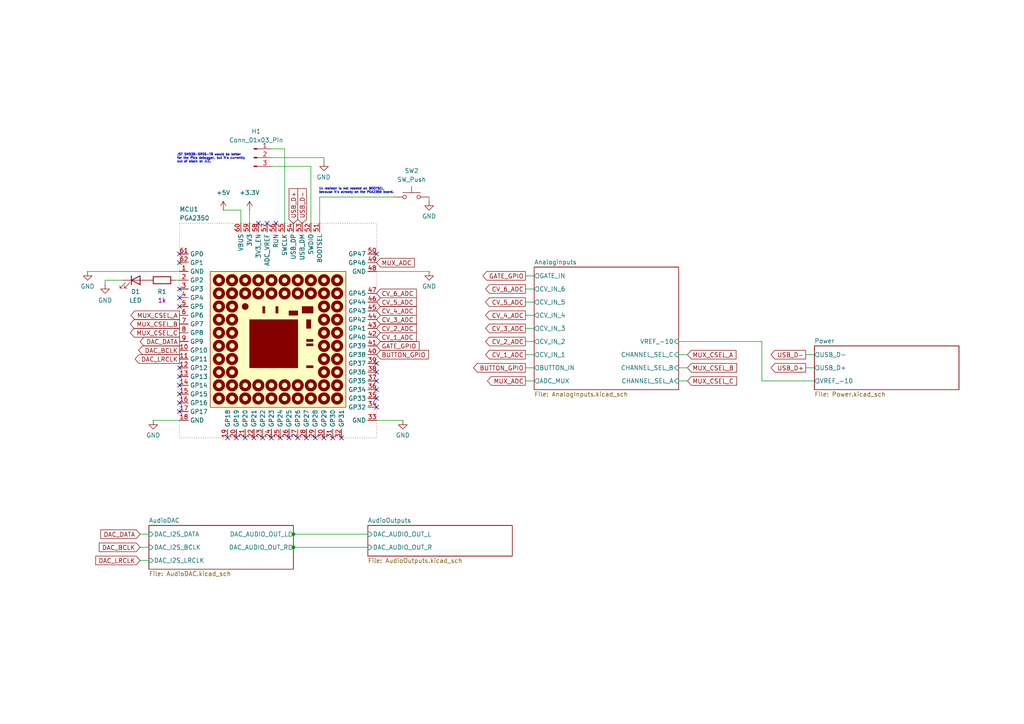
<source format=kicad_sch>
(kicad_sch (version 20250114) (generator "eeschema") (generator_version "9.0")
  (paper "A4")
  (lib_symbols
    (symbol "Connector:Conn_01x03_Pin" (pin_names (offset 1.016) (hide yes))
      (property "Reference" "J" (at 0 5.08 0))
      (property "Value" "Conn_01x03_Pin" (at 0 -5.08 0))
      (symbol "Conn_01x03_Pin_1_1"
        (rectangle (start 0.8636 2.667) (end 0 2.413) (stroke (width 0.1524)) (fill (type outline)))
        (rectangle (start 0.8636 0.127) (end 0 -0.127) (stroke (width 0.1524)) (fill (type outline)))
        (rectangle (start 0.8636 -2.413) (end 0 -2.667) (stroke (width 0.1524)) (fill (type outline)))
        (polyline (pts (xy 1.27 2.54) (xy 0.8636 2.54)) (stroke (width 0.1524)))
        (polyline (pts (xy 1.27 0) (xy 0.8636 0)) (stroke (width 0.1524)))
        (polyline (pts (xy 1.27 -2.54) (xy 0.8636 -2.54)) (stroke (width 0.1524)))
        (pin passive line (at 5.08 2.54 180) (length 3.81) (name "Pin_1") (number "1"))
        (pin passive line (at 5.08 0 180) (length 3.81) (name "Pin_2") (number "2"))
        (pin passive line (at 5.08 -2.54 180) (length 3.81) (name "Pin_3") (number "3"))
      )
    )
    (symbol "Device:LED" (pin_numbers (hide yes)) (pin_names (offset 1.016) (hide yes))
      (property "Reference" "D" (at 0 2.54 0))
      (property "Value" "LED" (at 0 -2.54 0))
      (symbol "LED_0_1"
        (polyline (pts (xy -3.048 -0.762) (xy -4.572 -2.286) (xy -3.81 -2.286) (xy -4.572 -2.286) (xy -4.572 -1.524)))
        (polyline (pts (xy -1.778 -0.762) (xy -3.302 -2.286) (xy -2.54 -2.286) (xy -3.302 -2.286) (xy -3.302 -1.524)))
        (polyline (pts (xy -1.27 0) (xy 1.27 0)))
        (polyline (pts (xy -1.27 -1.27) (xy -1.27 1.27)) (stroke (width 0.254)))
        (polyline (pts (xy 1.27 -1.27) (xy 1.27 1.27) (xy -1.27 0) (xy 1.27 -1.27)) (stroke (width 0.254)))
      )
      (symbol "LED_1_1"
        (pin passive line (at -3.81 0 0) (length 2.54) (name "K") (number "1"))
        (pin passive line (at 3.81 0 180) (length 2.54) (name "A") (number "2"))
      )
    )
    (symbol "Lichen:1k_0603" (pin_numbers (hide yes)) (pin_names (offset 0))
      (property "Reference" "R1" (at -3.302 0 90))
      (property "Display" "1k" (at -5.842 0 90))
      (symbol "1k_0603_0_1"
        (rectangle (start -1.016 -2.54) (end 1.016 2.54) (stroke (width 0.254)))
      )
      (symbol "1k_0603_1_1"
        (pin passive line (at 0 3.81 270) (length 1.27) (name "~") (number "1"))
        (pin passive line (at 0 -3.81 90) (length 1.27) (name "~") (number "2"))
      )
    )
    (symbol "Lichen:Button_Switch_SMD_Push_1P1T_Wurth" (pin_numbers (hide yes)) (pin_names (offset 1.016) (hide yes))
      (property "Reference" "SW2" (at 0 7.62 0))
      (property "Value" "Button_Switch_SMD_Push_1P1T_Wurth" (at 0 5.08 0))
      (symbol "Button_Switch_SMD_Push_1P1T_Wurth_0_1"
        (circle (center -2.032 0) (radius 0.508))
        (polyline (pts (xy 0 1.27) (xy 0 3.048)))
        (circle (center 2.032 0) (radius 0.508))
        (polyline (pts (xy 2.54 1.27) (xy -2.54 1.27)))
        (pin passive line (at -5.08 0 0) (length 2.54) (name "1") (number "1"))
        (pin passive line (at 5.08 0 180) (length 2.54) (name "2") (number "2"))
      )
    )
    (symbol "Lichen:Pimoroni_PGA2350"
      (property "Reference" "MCU1" (at 42.7833 5.08 0))
      (property "Value" "PGA2350" (at 42.7833 2.54 0))
      (symbol "Pimoroni_PGA2350_1_1"
        (rectangle (start 0 0) (end 57.15 -62.23) (stroke (width 0) (type dot)))
        (rectangle (start 8.89 -13.97) (end 48.26 -53.34) (fill (type background)))
        (circle (center 11.43 -16.51) (radius 1.27) (stroke (width 1)))
        (circle (center 11.43 -20.32) (radius 1.27) (stroke (width 1)))
        (circle (center 11.43 -24.13) (radius 1.27) (stroke (width 1)))
        (circle (center 11.43 -27.94) (radius 1.27) (stroke (width 1)))
        (circle (center 11.43 -31.75) (radius 1.27) (stroke (width 1)))
        (circle (center 11.43 -35.56) (radius 1.27) (stroke (width 1)))
        (circle (center 11.43 -39.37) (radius 1.27) (stroke (width 1)))
        (circle (center 11.43 -43.18) (radius 1.27) (stroke (width 1)))
        (circle (center 11.43 -46.99) (radius 1.27) (stroke (width 1)))
        (circle (center 11.43 -50.8) (radius 1.27) (stroke (width 1)))
        (circle (center 15.24 -16.51) (radius 1.27) (stroke (width 1)))
        (circle (center 15.24 -20.32) (radius 1.27) (stroke (width 1)))
        (circle (center 15.24 -24.13) (radius 1.27) (stroke (width 1)))
        (circle (center 15.24 -27.94) (radius 1.27) (stroke (width 1)))
        (circle (center 15.24 -31.75) (radius 1.27) (stroke (width 1)))
        (circle (center 15.24 -35.56) (radius 1.27) (stroke (width 1)))
        (circle (center 15.24 -39.37) (radius 1.27) (stroke (width 1)))
        (circle (center 15.24 -43.18) (radius 1.27) (stroke (width 1)))
        (circle (center 15.24 -46.99) (radius 1.27) (stroke (width 1)))
        (circle (center 15.24 -50.8) (radius 1.27) (stroke (width 1)))
        (circle (center 19.05 -16.51) (radius 1.27) (stroke (width 1)))
        (circle (center 19.05 -20.32) (radius 1.27) (stroke (width 1)))
        (circle (center 19.05 -24.13) (radius 0.898) (fill (type outline)))
        (circle (center 19.05 -46.99) (radius 1.27) (stroke (width 1)))
        (circle (center 19.05 -50.8) (radius 1.27) (stroke (width 1)))
        (rectangle (start 20.32 -27.94) (end 34.29 -41.91) (fill (type outline)))
        (circle (center 22.86 -16.51) (radius 1.27) (stroke (width 1)))
        (circle (center 22.86 -20.32) (radius 1.27) (stroke (width 1)))
        (circle (center 22.86 -46.99) (radius 1.27) (stroke (width 1)))
        (circle (center 22.86 -50.8) (radius 1.27) (stroke (width 1)))
        (rectangle (start 24.13 -24.13) (end 24.765 -26.035) (fill (type outline)))
        (circle (center 26.67 -16.51) (radius 1.27) (stroke (width 1)))
        (circle (center 26.67 -20.32) (radius 1.27) (stroke (width 1)))
        (circle (center 26.67 -46.99) (radius 1.27) (stroke (width 1)))
        (circle (center 26.67 -50.8) (radius 1.27) (stroke (width 1)))
        (rectangle (start 27.94 -24.13) (end 28.575 -26.035) (fill (type outline)))
        (circle (center 30.48 -16.51) (radius 1.27) (stroke (width 1)))
        (circle (center 30.48 -20.32) (radius 1.27) (stroke (width 1)))
        (circle (center 30.48 -46.99) (radius 1.27) (stroke (width 1)))
        (circle (center 30.48 -50.8) (radius 1.27) (stroke (width 1)))
        (rectangle (start 31.75 -26.67) (end 34.29 -25.4) (fill (type outline)))
        (circle (center 34.29 -16.51) (radius 1.27) (stroke (width 1)))
        (circle (center 34.29 -20.32) (radius 1.27) (stroke (width 1)))
        (circle (center 34.29 -46.99) (radius 1.27) (stroke (width 1)))
        (circle (center 34.29 -50.8) (radius 1.27) (stroke (width 1)))
        (rectangle (start 35.56 -24.13) (end 38.735 -26.035) (fill (type outline)))
        (rectangle (start 36.83 -27.94) (end 38.1 -30.48) (fill (type outline)))
        (rectangle (start 36.83 -34.29) (end 38.735 -33.655) (fill (type outline)))
        (rectangle (start 36.83 -35.56) (end 38.735 -34.925) (fill (type outline)))
        (rectangle (start 36.83 -41.91) (end 38.735 -41.275) (fill (type outline)))
        (circle (center 38.1 -16.51) (radius 1.27) (stroke (width 1)))
        (circle (center 38.1 -20.32) (radius 1.27) (stroke (width 1)))
        (circle (center 38.1 -46.99) (radius 1.27) (stroke (width 1)))
        (circle (center 38.1 -50.8) (radius 1.27) (stroke (width 1)))
        (circle (center 41.91 -16.51) (radius 1.27) (stroke (width 1)))
        (circle (center 41.91 -20.32) (radius 1.27) (stroke (width 1)))
        (circle (center 41.91 -24.13) (radius 1.27) (stroke (width 1)))
        (circle (center 41.91 -27.94) (radius 1.27) (stroke (width 1)))
        (circle (center 41.91 -31.75) (radius 1.27) (stroke (width 1)))
        (circle (center 41.91 -35.56) (radius 1.27) (stroke (width 1)))
        (circle (center 41.91 -39.37) (radius 1.27) (stroke (width 1)))
        (circle (center 41.91 -43.18) (radius 1.27) (stroke (width 1)))
        (circle (center 41.91 -46.99) (radius 1.27) (stroke (width 1)))
        (circle (center 41.91 -50.8) (radius 1.27) (stroke (width 1)))
        (circle (center 45.72 -16.51) (radius 1.27) (stroke (width 1)))
        (circle (center 45.72 -20.32) (radius 1.27) (stroke (width 1)))
        (circle (center 45.72 -24.13) (radius 1.27) (stroke (width 1)))
        (circle (center 45.72 -27.94) (radius 1.27) (stroke (width 1)))
        (circle (center 45.72 -31.75) (radius 1.27) (stroke (width 1)))
        (circle (center 45.72 -35.56) (radius 1.27) (stroke (width 1)))
        (circle (center 45.72 -39.37) (radius 1.27) (stroke (width 1)))
        (circle (center 45.72 -43.18) (radius 1.27) (stroke (width 1)))
        (circle (center 45.72 -46.99) (radius 1.27) (stroke (width 1)))
        (circle (center 45.72 -50.8) (radius 1.27) (stroke (width 1)))
        (pin bidirectional line (at 0 -8.89 0) (length 2.54) (name "GP0") (number "61"))
        (pin bidirectional line (at 0 -11.43 0) (length 2.54) (name "GP1") (number "62"))
        (pin input line (at 0 -13.97 0) (length 2.54) (name "GND") (number "1"))
        (pin bidirectional line (at 0 -16.51 0) (length 2.54) (name "GP2") (number "2"))
        (pin bidirectional line (at 0 -19.05 0) (length 2.54) (name "GP3") (number "3"))
        (pin bidirectional line (at 0 -21.59 0) (length 2.54) (name "GP4") (number "4"))
        (pin bidirectional line (at 0 -24.13 0) (length 2.54) (name "GP5") (number "5"))
        (pin bidirectional line (at 0 -26.67 0) (length 2.54) (name "GP6") (number "6"))
        (pin bidirectional line (at 0 -29.21 0) (length 2.54) (name "GP7") (number "7"))
        (pin bidirectional line (at 0 -31.75 0) (length 2.54) (name "GP8") (number "8"))
        (pin bidirectional line (at 0 -34.29 0) (length 2.54) (name "GP9") (number "9"))
        (pin bidirectional line (at 0 -36.83 0) (length 2.54) (name "GP10") (number "10"))
        (pin bidirectional line (at 0 -39.37 0) (length 2.54) (name "GP11") (number "11"))
        (pin bidirectional line (at 0 -41.91 0) (length 2.54) (name "GP12") (number "12"))
        (pin bidirectional line (at 0 -44.45 0) (length 2.54) (name "GP13") (number "13"))
        (pin bidirectional line (at 0 -46.99 0) (length 2.54) (name "GP14") (number "14"))
        (pin bidirectional line (at 0 -49.53 0) (length 2.54) (name "GP15") (number "15"))
        (pin bidirectional line (at 0 -52.07 0) (length 2.54) (name "GP16") (number "16"))
        (pin bidirectional line (at 0 -54.61 0) (length 2.54) (name "GP17") (number "17"))
        (pin input line (at 0 -57.15 0) (length 2.54) (name "GND") (number "18"))
        (pin bidirectional line (at 13.97 -62.23 90) (length 2.54) (name "GP18") (number "19"))
        (pin bidirectional line (at 16.51 -62.23 90) (length 2.54) (name "GP19") (number "20"))
        (pin power_in line (at 17.78 0 270) (length 2.54) (name "VBUS") (number "60"))
        (pin bidirectional line (at 19.05 -62.23 90) (length 2.54) (name "GP20") (number "21"))
        (pin power_out line (at 20.32 0 270) (length 2.54) (name "3V3") (number "59"))
        (pin bidirectional line (at 21.59 -62.23 90) (length 2.54) (name "GP21") (number "22"))
        (pin bidirectional line (at 22.86 0 270) (length 2.54) (name "3V3_EN") (number "58"))
        (pin bidirectional line (at 24.13 -62.23 90) (length 2.54) (name "GP22") (number "23"))
        (pin bidirectional line (at 25.4 0 270) (length 2.54) (name "ADC_VREF") (number "57"))
        (pin bidirectional line (at 26.67 -62.23 90) (length 2.54) (name "GP23") (number "24"))
        (pin bidirectional line (at 27.94 0 270) (length 2.54) (name "RUN") (number "56"))
        (pin bidirectional line (at 29.21 -62.23 90) (length 2.54) (name "GP24") (number "25"))
        (pin bidirectional line (at 30.48 0 270) (length 2.54) (name "SWCLK") (number "55"))
        (pin bidirectional line (at 31.75 -62.23 90) (length 2.54) (name "GP25") (number "26"))
        (pin bidirectional line (at 33.02 0 270) (length 2.54) (name "USB_DP") (number "54"))
        (pin bidirectional line (at 34.29 -62.23 90) (length 2.54) (name "GP26") (number "27"))
        (pin bidirectional line (at 35.56 0 270) (length 2.54) (name "USB_DM") (number "53"))
        (pin bidirectional line (at 36.83 -62.23 90) (length 2.54) (name "GP27") (number "28"))
        (pin bidirectional line (at 38.1 0 270) (length 2.54) (name "SWDIO") (number "52"))
        (pin bidirectional line (at 39.37 -62.23 90) (length 2.54) (name "GP28") (number "29"))
        (pin bidirectional line (at 40.64 0 270) (length 2.54) (name "BOOTSEL") (number "51"))
        (pin bidirectional line (at 41.91 -62.23 90) (length 2.54) (name "GP29") (number "30"))
        (pin bidirectional line (at 44.45 -62.23 90) (length 2.54) (name "GP30") (number "31"))
        (pin bidirectional line (at 46.99 -62.23 90) (length 2.54) (name "GP31") (number "32"))
        (pin bidirectional line (at 57.15 -8.89 180) (length 2.54) (name "GP47") (number "50"))
        (pin bidirectional line (at 57.15 -11.43 180) (length 2.54) (name "GP46") (number "49"))
        (pin input line (at 57.15 -13.97 180) (length 2.54) (name "GND") (number "48"))
        (pin bidirectional line (at 57.15 -20.32 180) (length 2.54) (name "GP45") (number "47"))
        (pin bidirectional line (at 57.15 -22.86 180) (length 2.54) (name "GP44") (number "46"))
        (pin bidirectional line (at 57.15 -25.4 180) (length 2.54) (name "GP43") (number "45"))
        (pin bidirectional line (at 57.15 -27.94 180) (length 2.54) (name "GP42") (number "44"))
        (pin bidirectional line (at 57.15 -30.48 180) (length 2.54) (name "GP41") (number "43"))
        (pin bidirectional line (at 57.15 -33.02 180) (length 2.54) (name "GP40") (number "42"))
        (pin bidirectional line (at 57.15 -35.56 180) (length 2.54) (name "GP39") (number "41"))
        (pin bidirectional line (at 57.15 -38.1 180) (length 2.54) (name "GP38") (number "40"))
        (pin bidirectional line (at 57.15 -40.64 180) (length 2.54) (name "GP37") (number "39"))
        (pin bidirectional line (at 57.15 -43.18 180) (length 2.54) (name "GP36") (number "38"))
        (pin bidirectional line (at 57.15 -45.72 180) (length 2.54) (name "GP35") (number "37"))
        (pin bidirectional line (at 57.15 -48.26 180) (length 2.54) (name "GP34") (number "36"))
        (pin bidirectional line (at 57.15 -50.8 180) (length 2.54) (name "GP33") (number "35"))
        (pin bidirectional line (at 57.15 -53.34 180) (length 2.54) (name "GP32") (number "34"))
        (pin input line (at 57.15 -57.15 180) (length 2.54) (name "GND") (number "33"))
      )
    )
    (symbol "power:+3.3V" (power) (pin_numbers (hide yes)) (pin_names (offset 0) (hide yes))
      (property "Value" "+3.3V" (at 0 3.556 0))
      (symbol "+3.3V_0_1"
        (polyline (pts (xy -0.762 1.27) (xy 0 2.54)))
        (polyline (pts (xy 0 2.54) (xy 0.762 1.27)))
        (polyline (pts (xy 0 0) (xy 0 2.54)))
      )
      (symbol "+3.3V_1_1"
        (pin power_in line (at 0 0 90) (length 0) (name "~") (number "1"))
      )
    )
    (symbol "power:+5V" (power) (pin_numbers (hide yes)) (pin_names (offset 0) (hide yes))
      (property "Value" "+5V" (at 0 3.556 0))
      (symbol "+5V_0_1"
        (polyline (pts (xy -0.762 1.27) (xy 0 2.54)))
        (polyline (pts (xy 0 2.54) (xy 0.762 1.27)))
        (polyline (pts (xy 0 0) (xy 0 2.54)))
      )
      (symbol "+5V_1_1"
        (pin power_in line (at 0 0 90) (length 0) (name "~") (number "1"))
      )
    )
    (symbol "power:GND" (power) (pin_numbers (hide yes)) (pin_names (offset 0) (hide yes))
      (property "Value" "GND" (at 0 -3.81 0))
      (symbol "GND_0_1"
        (polyline (pts (xy 0 0) (xy 0 -1.27) (xy 1.27 -1.27) (xy 0 -2.54) (xy -1.27 -1.27) (xy 0 -1.27)))
      )
      (symbol "GND_1_1"
        (pin power_in line (at 0 0 270) (length 0) (name "~") (number "1"))
      )
    )
  )
  (text "JST SM03B-SRSS-TB would be better \nfor the Pico debugger, but it's currently \nout of stock at JLC." (at 51.308 45.974 0) (effects (font (size 0.635 0.635)) (justify left)))
  (text "1k resistor is not needed on BOOTSEL,\nbecause it's already on the PGA2350 board." (at 92.456 55.372 0) (effects (font (size 0.635 0.635)) (justify left)))
  (junction (at 85.09 158.75))
  (junction (at 85.09 154.94))
  (no_connect (at 52.07 116.84))
  (no_connect (at 80.01 64.77))
  (no_connect (at 52.07 73.66))
  (no_connect (at 81.28 127))
  (no_connect (at 109.22 73.66))
  (no_connect (at 52.07 114.3))
  (no_connect (at 52.07 109.22))
  (no_connect (at 91.44 127))
  (no_connect (at 109.22 110.49))
  (no_connect (at 73.66 127))
  (no_connect (at 96.52 127))
  (no_connect (at 109.22 107.95))
  (no_connect (at 88.9 127))
  (no_connect (at 52.07 83.82))
  (no_connect (at 76.2 127))
  (no_connect (at 109.22 105.41))
  (no_connect (at 109.22 118.11))
  (no_connect (at 68.58 127))
  (no_connect (at 52.07 86.36))
  (no_connect (at 74.93 64.77))
  (no_connect (at 52.07 119.38))
  (no_connect (at 71.12 127))
  (no_connect (at 52.07 88.9))
  (no_connect (at 52.07 111.76))
  (no_connect (at 109.22 115.57))
  (no_connect (at 66.04 127))
  (no_connect (at 86.36 127))
  (no_connect (at 77.47 64.77))
  (no_connect (at 109.22 113.03))
  (no_connect (at 99.06 127))
  (no_connect (at 52.07 106.68))
  (no_connect (at 83.82 127))
  (no_connect (at 93.98 127))
  (no_connect (at 78.74 127))
  (no_connect (at 52.07 76.2))
  (wire (pts (xy 152.4 83.82) (xy 154.94 83.82)))
  (wire (pts (xy 30.48 82.55) (xy 30.48 81.28)))
  (wire (pts (xy 40.64 158.75) (xy 43.18 158.75)))
  (wire (pts (xy 93.98 45.72) (xy 78.74 45.72)))
  (wire (pts (xy 152.4 99.06) (xy 154.94 99.06)))
  (wire (pts (xy 50.8 81.28) (xy 52.07 81.28)))
  (wire (pts (xy 236.22 110.49) (xy 220.98 110.49)))
  (wire (pts (xy 92.71 57.15) (xy 92.71 64.77)))
  (wire (pts (xy 220.98 99.06) (xy 196.85 99.06)))
  (wire (pts (xy 78.74 48.26) (xy 90.17 48.26)))
  (wire (pts (xy 69.85 60.96) (xy 69.85 64.77)))
  (wire (pts (xy 152.4 87.63) (xy 154.94 87.63)))
  (wire (pts (xy 233.68 106.68) (xy 236.22 106.68)))
  (wire (pts (xy 85.09 154.94) (xy 85.09 158.75)))
  (wire (pts (xy 152.4 106.68) (xy 154.94 106.68)))
  (wire (pts (xy 199.39 110.49) (xy 196.85 110.49)))
  (wire (pts (xy 85.09 158.75) (xy 106.68 158.75)))
  (wire (pts (xy 92.71 57.15) (xy 114.3 57.15)))
  (wire (pts (xy 124.46 57.15) (xy 124.46 58.42)))
  (wire (pts (xy 44.45 121.92) (xy 52.07 121.92)))
  (wire (pts (xy 93.98 46.99) (xy 93.98 45.72)))
  (wire (pts (xy 124.46 78.74) (xy 109.22 78.74)))
  (wire (pts (xy 152.4 80.01) (xy 154.94 80.01)))
  (wire (pts (xy 152.4 91.44) (xy 154.94 91.44)))
  (wire (pts (xy 25.4 78.74) (xy 52.07 78.74)))
  (wire (pts (xy 233.68 102.87) (xy 236.22 102.87)))
  (wire (pts (xy 220.98 110.49) (xy 220.98 99.06)))
  (wire (pts (xy 152.4 95.25) (xy 154.94 95.25)))
  (wire (pts (xy 85.09 154.94) (xy 106.68 154.94)))
  (wire (pts (xy 199.39 106.68) (xy 196.85 106.68)))
  (wire (pts (xy 40.64 154.94) (xy 43.18 154.94)))
  (wire (pts (xy 116.84 121.92) (xy 109.22 121.92)))
  (wire (pts (xy 82.55 43.18) (xy 78.74 43.18)))
  (wire (pts (xy 152.4 110.49) (xy 154.94 110.49)))
  (wire (pts (xy 72.39 60.96) (xy 72.39 64.77)))
  (wire (pts (xy 82.55 43.18) (xy 82.55 64.77)))
  (wire (pts (xy 152.4 102.87) (xy 154.94 102.87)))
  (wire (pts (xy 40.64 162.56) (xy 43.18 162.56)))
  (wire (pts (xy 64.77 60.96) (xy 69.85 60.96)))
  (wire (pts (xy 90.17 48.26) (xy 90.17 64.77)))
  (wire (pts (xy 30.48 81.28) (xy 35.56 81.28)))
  (wire (pts (xy 199.39 102.87) (xy 196.85 102.87)))
  (global_label "MUX_CSEL_C" (shape output) (at 52.07 96.52 180) (property "Intersheetrefs" "${INTERSHEET_REFS}" (effects (hide yes))))
  (global_label "MUX_ADC" (shape input) (at 109.22 76.2 0) (property "Intersheetrefs" "${INTERSHEET_REFS}" (effects (hide yes))))
  (global_label "CV_3_ADC" (shape input) (at 109.22 92.71 0) (property "Intersheetrefs" "${INTERSHEET_REFS}" (effects (hide yes))))
  (global_label "CV_3_ADC" (shape output) (at 152.4 95.25 180) (property "Intersheetrefs" "${INTERSHEET_REFS}" (effects (hide yes))))
  (global_label "CV_6_ADC" (shape output) (at 152.4 83.82 180) (property "Intersheetrefs" "${INTERSHEET_REFS}" (effects (hide yes))))
  (global_label "DAC_LRCLK" (shape output) (at 52.07 104.14 180) (property "Intersheetrefs" "${INTERSHEET_REFS}" (effects (hide yes))))
  (global_label "GATE_GPIO" (shape input) (at 109.22 100.33 0) (property "Intersheetrefs" "${INTERSHEET_REFS}" (effects (hide yes))))
  (global_label "MUX_CSEL_A" (shape output) (at 52.07 91.44 180) (property "Intersheetrefs" "${INTERSHEET_REFS}" (effects (hide yes))))
  (global_label "CV_5_ADC" (shape output) (at 152.4 87.63 180) (property "Intersheetrefs" "${INTERSHEET_REFS}" (effects (hide yes))))
  (global_label "DAC_DATA" (shape input) (at 40.64 154.94 180) (property "Intersheetrefs" "${INTERSHEET_REFS}" (effects (hide yes))))
  (global_label "CV_2_ADC" (shape input) (at 109.22 95.25 0) (property "Intersheetrefs" "${INTERSHEET_REFS}" (effects (hide yes))))
  (global_label "GATE_GPIO" (shape output) (at 152.4 80.01 180) (property "Intersheetrefs" "${INTERSHEET_REFS}" (effects (hide yes))))
  (global_label "MUX_CSEL_C" (shape input) (at 199.39 110.49 0) (property "Intersheetrefs" "${INTERSHEET_REFS}" (effects (hide yes))))
  (global_label "CV_4_ADC" (shape output) (at 152.4 91.44 180) (property "Intersheetrefs" "${INTERSHEET_REFS}" (effects (hide yes))))
  (global_label "CV_5_ADC" (shape input) (at 109.22 87.63 0) (property "Intersheetrefs" "${INTERSHEET_REFS}" (effects (hide yes))))
  (global_label "MUX_CSEL_A" (shape input) (at 199.39 102.87 0) (property "Intersheetrefs" "${INTERSHEET_REFS}" (effects (hide yes))))
  (global_label "DAC_LRCLK" (shape input) (at 40.64 162.56 180) (property "Intersheetrefs" "${INTERSHEET_REFS}" (effects (hide yes))))
  (global_label "CV_4_ADC" (shape input) (at 109.22 90.17 0) (property "Intersheetrefs" "${INTERSHEET_REFS}" (effects (hide yes))))
  (global_label "USB_D+" (shape output) (at 233.68 106.68 180) (property "Intersheetrefs" "${INTERSHEET_REFS}" (effects (hide yes))))
  (global_label "BUTTON_GPIO" (shape output) (at 152.4 106.68 180) (property "Intersheetrefs" "${INTERSHEET_REFS}" (effects (hide yes))))
  (global_label "MUX_CSEL_B" (shape input) (at 199.39 106.68 0) (property "Intersheetrefs" "${INTERSHEET_REFS}" (effects (hide yes))))
  (global_label "USB_D-" (shape output) (at 233.68 102.87 180) (property "Intersheetrefs" "${INTERSHEET_REFS}" (effects (hide yes))))
  (global_label "CV_1_ADC" (shape input) (at 109.22 97.79 0) (property "Intersheetrefs" "${INTERSHEET_REFS}" (effects (hide yes))))
  (global_label "USB_D-" (shape input) (at 87.63 64.77 90) (property "Intersheetrefs" "${INTERSHEET_REFS}" (effects (hide yes))))
  (global_label "DAC_BCLK" (shape output) (at 52.07 101.6 180) (property "Intersheetrefs" "${INTERSHEET_REFS}" (effects (hide yes))))
  (global_label "CV_6_ADC" (shape input) (at 109.22 85.09 0) (property "Intersheetrefs" "${INTERSHEET_REFS}" (effects (hide yes))))
  (global_label "BUTTON_GPIO" (shape input) (at 109.22 102.87 0) (property "Intersheetrefs" "${INTERSHEET_REFS}" (effects (hide yes))))
  (global_label "MUX_CSEL_B" (shape output) (at 52.07 93.98 180) (property "Intersheetrefs" "${INTERSHEET_REFS}" (effects (hide yes))))
  (global_label "MUX_ADC" (shape output) (at 152.4 110.49 180) (property "Intersheetrefs" "${INTERSHEET_REFS}" (effects (hide yes))))
  (global_label "DAC_BCLK" (shape input) (at 40.64 158.75 180) (property "Intersheetrefs" "${INTERSHEET_REFS}" (effects (hide yes))))
  (global_label "CV_1_ADC" (shape output) (at 152.4 102.87 180) (property "Intersheetrefs" "${INTERSHEET_REFS}" (effects (hide yes))))
  (global_label "CV_2_ADC" (shape output) (at 152.4 99.06 180) (property "Intersheetrefs" "${INTERSHEET_REFS}" (effects (hide yes))))
  (global_label "USB_D+" (shape input) (at 85.09 64.77 90) (property "Intersheetrefs" "${INTERSHEET_REFS}" (effects (hide yes))))
  (global_label "DAC_DATA" (shape output) (at 52.07 99.06 180) (property "Intersheetrefs" "${INTERSHEET_REFS}" (effects (hide yes))))
  (symbol (lib_id "power:GND") (at 25.4 78.74 0) (unit 1)
    (property "Reference" "#PWR011" (effects (hide yes)))
    (property "Value" "GND" (at 25.4 83.058 0))
    (property "Description" "Power symbol creates a global label with name \"GND\" , ground" (effects (hide yes)))
  )
  (symbol (lib_id "power:GND") (at 124.46 78.74 0) (unit 1)
    (property "Reference" "#PWR08" (effects (hide yes)))
    (property "Value" "GND" (at 124.46 83.058 0))
    (property "Description" "Power symbol creates a global label with name \"GND\" , ground" (effects (hide yes)))
  )
  (symbol (lib_id "Device:LED") (at 39.37 81.28 0) (unit 1)
    (property "Reference" "D1" (at 39.3065 84.582 0))
    (property "Value" "LED" (at 39.3065 87.122 0))
    (property "Footprint" "PCM_4ms_LED:LED_3mm_C1A2_Polarity_Indicator" (effects (hide yes)))
    (property "Description" "Light emitting diode" (effects (hide yes)))
    (property "Sim.Pins" "1=K 2=A" (effects (hide yes)))
  )
  (symbol (lib_id "Lichen:Button_Switch_SMD_Push_1P1T_Wurth") (at 119.38 57.15 0) (unit 1)
    (property "Reference" "SW2" (at 119.38 49.53 0))
    (property "Value" "SW_Push" (at 119.38 52.07 0))
    (property "Footprint" "Button_Switch_SMD:SW_Push_1P1T_NO_Vertical_Wuerth_434133025816" (effects (hide yes)))
    (property "Datasheet" "https://www.we-online.com/components/products/datasheet/434133025816.pdf" (effects (hide yes)))
    (property "Description" "Push button switch, generic, two pins" (effects (hide yes)))
    (property "Manufacturer" "Wurth Elektronik" (effects (hide yes)))
    (property "Part Number" "434133025816" (effects (hide yes)))
    (property "LCSC" "C5504987" (effects (hide yes)))
  )
  (symbol (lib_id "power:GND") (at 116.84 121.92 0) (unit 1)
    (property "Reference" "#PWR05" (effects (hide yes)))
    (property "Value" "GND" (at 116.84 126.238 0))
    (property "Description" "Power symbol creates a global label with name \"GND\" , ground" (effects (hide yes)))
  )
  (symbol (lib_id "power:GND") (at 93.98 46.99 0) (mirror y) (unit 1)
    (property "Reference" "#PWR09" (effects (hide yes)))
    (property "Value" "GND" (at 93.853 51.3842 0))
  )
  (symbol (lib_id "power:GND") (at 124.46 58.42 0) (unit 1)
    (property "Reference" "#PWR07" (effects (hide yes)))
    (property "Value" "GND" (at 124.46 62.738 0))
    (property "Description" "Power symbol creates a global label with name \"GND\" , ground" (effects (hide yes)))
  )
  (symbol (lib_id "Lichen:1k_0603") (at 46.99 81.28 90) (unit 1)
    (property "Reference" "R1" (at 46.99 84.582 90))
    (property "Value" "1k_0603" (effects (hide yes)))
    (property "Footprint" "PCM_4ms_Resistor:R_0603" (effects (hide yes)))
    (property "Datasheet" "https://www.lcsc.com/datasheet/lcsc_datasheet_2206010130_UNI-ROYAL-Uniroyal-Elec-0603WAF1001T5E_C21190.pdf" (effects (hide yes)))
    (property "Description" "1K, 1%, 1/10W, 0603" (effects (hide yes)))
    (property "Manufacturer" "UNI-ROYAL" (effects (hide yes)))
    (property "Part Number" "0603WAF1001T5E" (effects (hide yes)))
    (property "Display" "1k" (at 46.99 87.122 90))
    (property "LCSC" "C21190" (effects (hide yes)))
  )
  (symbol (lib_id "Lichen:Pimoroni_PGA2350") (at 52.07 64.77 0) (unit 1)
    (property "Reference" "MCU1" (at 52.07 60.706 0) (effects (justify left)))
    (property "Value" "PGA2350" (at 52.07 63.246 0) (effects (justify left)))
    (property "Footprint" "allen-synthesis:PGA2350" (effects (hide yes)))
  )
  (symbol (lib_id "power:+3.3V") (at 72.39 60.96 0) (unit 1)
    (property "Reference" "#PWR04" (effects (hide yes)))
    (property "Value" "+3.3V" (at 72.39 55.88 0))
    (property "Description" "Power symbol creates a global label with name \"+3.3V\"" (effects (hide yes)))
  )
  (symbol (lib_id "power:+5V") (at 64.77 60.96 0) (unit 1)
    (property "Reference" "#PWR041" (effects (hide yes)))
    (property "Value" "+5V" (at 64.77 55.88 0))
    (property "Description" "Power symbol creates a global label with name \"+5V\"" (effects (hide yes)))
  )
  (symbol (lib_id "power:GND") (at 30.48 82.55 0) (unit 1)
    (property "Reference" "#PWR01" (effects (hide yes)))
    (property "Value" "GND" (at 30.48 87.122 0))
    (property "Description" "Power symbol creates a global label with name \"GND\" , ground" (effects (hide yes)))
  )
  (symbol (lib_id "Connector:Conn_01x03_Pin") (at 73.66 45.72 0) (unit 1)
    (property "Reference" "H1" (at 74.295 38.1 0))
    (property "Value" "Conn_01x03_Pin" (at 74.295 40.64 0))
    (property "Footprint" "Connector_PinHeader_2.54mm:PinHeader_1x03_P2.54mm_Vertical" (effects (hide yes)))
    (property "Description" "Generic connector, single row, 01x03, script generated" (effects (hide yes)))
  )
  (symbol (lib_id "power:GND") (at 44.45 121.92 0) (unit 1)
    (property "Reference" "#PWR06" (effects (hide yes)))
    (property "Value" "GND" (at 44.45 126.238 0))
    (property "Description" "Power symbol creates a global label with name \"GND\" , ground" (effects (hide yes)))
  )
  (sheet (at 106.68 152.4) (size 41.91 8.89) (stroke (width 0.1524))
    (property "Sheetname" "AudioOutputs" (at 106.68 151.6884 0) (effects (justify left bottom)))
    (property "Sheetfile" "AudioOutputs.kicad_sch" (at 106.68 161.8746 0) (effects (justify left top)))
    (pin "DAC_AUDIO_OUT_L" input (at 106.68 154.94 180))
    (pin "DAC_AUDIO_OUT_R" input (at 106.68 158.75 180))
  )
  (sheet (at 154.94 77.47) (size 41.91 35.56) (stroke (width 0.1524))
    (property "Sheetname" "AnalogInputs" (at 154.94 76.7584 0) (effects (justify left bottom)))
    (property "Sheetfile" "AnalogInputs.kicad_sch" (at 154.94 113.6146 0) (effects (justify left top)))
    (pin "ADC_MUX" output (at 154.94 110.49 180))
    (pin "BUTTON_IN" output (at 154.94 106.68 180))
    (pin "CHANNEL_SEL_A" input (at 196.85 110.49 0))
    (pin "CHANNEL_SEL_B" input (at 196.85 106.68 0))
    (pin "CHANNEL_SEL_C" input (at 196.85 102.87 0))
    (pin "CV_IN_1" output (at 154.94 102.87 180))
    (pin "CV_IN_2" output (at 154.94 99.06 180))
    (pin "CV_IN_3" output (at 154.94 95.25 180))
    (pin "CV_IN_4" output (at 154.94 91.44 180))
    (pin "VREF_-10" input (at 196.85 99.06 0))
    (pin "CV_IN_5" output (at 154.94 87.63 180))
    (pin "CV_IN_6" output (at 154.94 83.82 180))
    (pin "GATE_IN" output (at 154.94 80.01 180))
  )
  (sheet (at 236.22 100.33) (size 41.91 12.7) (stroke (width 0.1524))
    (property "Sheetname" "Power" (at 236.22 99.6184 0) (effects (justify left bottom)))
    (property "Sheetfile" "Power.kicad_sch" (at 236.22 113.6146 0) (effects (justify left top)))
    (pin "VREF_-10" output (at 236.22 110.49 180))
    (pin "USB_D+" output (at 236.22 106.68 180))
    (pin "USB_D-" output (at 236.22 102.87 180))
  )
  (sheet (at 43.18 152.4) (size 41.91 12.7) (stroke (width 0.1524))
    (property "Sheetname" "AudioDAC" (at 43.18 151.6884 0) (effects (justify left bottom)))
    (property "Sheetfile" "AudioDAC.kicad_sch" (at 43.18 165.6846 0) (effects (justify left top)))
    (pin "DAC_AUDIO_OUT_L" output (at 85.09 154.94 0))
    (pin "DAC_AUDIO_OUT_R" output (at 85.09 158.75 0))
    (pin "DAC_I2S_BCLK" input (at 43.18 158.75 180))
    (pin "DAC_I2S_DATA" input (at 43.18 154.94 180))
    (pin "DAC_I2S_LRCLK" input (at 43.18 162.56 180))
  )
)
</source>
